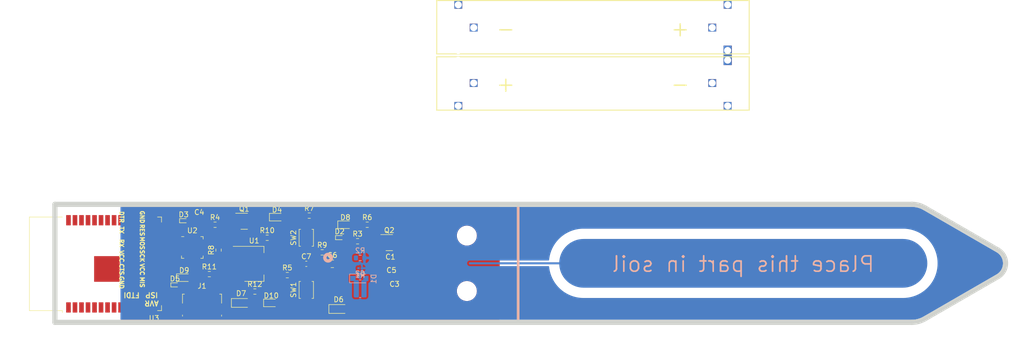
<source format=kicad_pcb>
(kicad_pcb (version 20211014) (generator pcbnew)
  (title_block (date "%%date%%") (rev "%%version%%"))
  (layers (0 "F.Cu" signal) (31 "B.Cu" signal) (34 "B.Paste" user) (35 "F.Paste" user) (36 "B.SilkS" user "B.Silkscreen") (37 "F.SilkS" user "F.Silkscreen") (38 "B.Mask" user) (39 "F.Mask" user) (44 "Edge.Cuts" user))
  (net 0 "")
  (net 1 "GND")
  (net 2 "/Sensor_Track")
  (net 3 "+BATT")
  (net 4 "/SENSOR_IN")
  (net 5 "/USB_5V")
  (net 6 "Net-(R6-Pad2)")
  (net 7 "+3V3")
  (net 8 "Net-(D8-Pad2)")
  (net 9 "Net-(Q2-Pad1)")
  (net 10 "/RTS")
  (net 11 "Net-(Q1-Pad1)")
  (net 12 "/DTR")
  (net 13 "/SENSOR_OUT")
  (net 14 "Net-(R12-Pad1)")
  (net 15 "Net-(D10-Pad1)")
  (net 16 "Net-(R11-Pad1)")
  (net 17 "Net-(D9-Pad1)")
  (net 18 "Net-(R10-Pad1)")
  (net 20 "/EN")
  (net 21 "Net-(R8-Pad2)")
  (net 22 "Net-(C6-Pad2)")
  (net 42 "/IO0")
  (net 50 "/RXD")
  (net 51 "/TXD")
  (net 55 "/USB_DP")
  (net 56 "/USB_DM")
  (net 66 "/VBUS")
  (footprint "MyFootprints:BatteryHolder_Keystone_597_591_2AAA_3V" (layer "F.Cu") (at 170.18 73.66 180)
    (fp_text reference "BT1" hide)
    (fp_text value "Battery_Cell")
    (fp_text user "+" (at -17 5.2) (layer "F.SilkS") (effects (font (size 3 3) (thickness 0.3))))
    (fp_text user "+" (at 17 -5.6) (layer "F.SilkS") (effects (font (size 3 3) (thickness 0.3))))
    (fp_text user "-" (at -17 -5.6) (layer "F.SilkS") (effects (font (size 3 3) (thickness 0.3))))
    (fp_text user "-" (at 17 5.2) (layer "F.SilkS") (effects (font (size 3 3) (thickness 0.3))))
    (fp_line (start 30.455 -10.685) (end 30.455 -0.285) (layer "F.SilkS") (width 0.2))
    (fp_line (start -30.455 10.685) (end -30.455 0.285) (layer "F.SilkS") (width 0.2))
    (fp_line (start -30.455 -10.685) (end 30.455 -10.685) (layer "F.SilkS") (width 0.2))
    (fp_line (start 30.455 0.285) (end 30.455 10.685) (layer "F.SilkS") (width 0.2))
    (fp_line (start -30.455 -0.285) (end -30.455 -10.685) (layer "F.SilkS") (width 0.2))
    (fp_line (start 30.455 0.285) (end -30.455 0.285) (layer "F.SilkS") (width 0.2))
    (fp_line (start -30.455 -0.285) (end 30.455 -0.285) (layer "F.SilkS") (width 0.2))
    (fp_line (start 30.455 10.685) (end -30.455 10.685) (layer "F.SilkS") (width 0.2))
    (pad "" np_thru_hole circle locked (at 26.29 0.95 180) (size 1.35 1.35) (drill 1.35) (layers *.Cu *.Mask))
    (pad "" np_thru_hole circle locked (at 26.29 -0.95 180) (size 1.35 1.35) (drill 1.35) (layers *.Cu *.Mask))
    (pad "1" thru_hole rect locked (at 23.25 -5.4 180) (size 1.524 1.524) (drill 1.35) (layers *.Cu *.Mask) (net 3 "+BATT"))
    (pad "1" thru_hole rect locked (at 26.25 -9.85 180) (size 1.524 1.524) (drill 1.35) (layers *.Cu *.Mask) (net 3 "+BATT"))
    (pad "2" thru_hole rect locked (at 26.25 9.85 180) (size 1.524 1.524) (drill 1.35) (layers *.Cu *.Mask) (net 1 "GND"))
    (pad "2" thru_hole rect locked (at 23.25 5.4 180) (size 1.524 1.524) (drill 1.35) (layers *.Cu *.Mask) (net 1 "GND"))
    (pad "3" thru_hole rect locked (at -26.25 9.85 180) (size 1.524 1.524) (drill 1.35) (layers *.Cu *.Mask))
    (pad "3" thru_hole rect locked (at -26.25 -0.95 180) (size 1.6 1.9) (drill 1.35) (layers *.Cu *.Mask))
    (pad "3" thru_hole rect locked (at -26.25 -9.85 180) (size 1.524 1.524) (drill 1.35) (layers *.Cu *.Mask))
    (pad "3" thru_hole rect locked (at -23.25 -5.4 180) (size 1.524 1.524) (drill 1.35) (layers *.Cu *.Mask))
    (pad "3" thru_hole rect locked (at -26.25 0.95 180) (size 1.6 1.9) (drill 1.35) (layers *.Cu *.Mask))
    (pad "3" thru_hole rect locked (at -23.25 5.4 180) (size 1.524 1.524) (drill 1.35) (layers *.Cu *.Mask))
  )
  (footprint "MountingHole:MountingHole_3.2mm_M3" (layer "F.Cu") (at 145.6 108.8)
    (fp_text reference "REF**" hide)
    (fp_text value "MountingHole_3.2mm_M3" hide)
    (pad "" np_thru_hole circle locked (at 0 0) (size 3.2 3.2) (drill 3.2) (layers *.Cu *.Mask))
  )
  (footprint "MountingHole:MountingHole_3.2mm_M3" (layer "F.Cu") (at 145.6 119.6)
    (fp_text reference "REF**" hide)
    (fp_text value "MountingHole_3.2mm_M3" hide)
    (pad "" np_thru_hole circle locked (at 0 0) (size 3.2 3.2) (drill 3.2) (layers *.Cu *.Mask))
  )
  (footprint "Capacitor_SMD:C_0201_0603Metric" (layer "F.Cu") (at 93.445 105.3)
    (fp_text reference "C4" (at 0 -1.05) (layer "F.SilkS"))
    (fp_text value "0.1uF")
    (pad "1" smd roundrect (at -0.32 0) (size 0.46 0.4) (layers "F.Cu" "F.Mask") (net 1 "GND"))
    (pad "2" smd roundrect (at 0.32 0) (size 0.46 0.4) (layers "F.Cu" "F.Mask") (net 20 "/EN"))
  )
  (footprint "Resistor_SMD:R_0603_1608Metric" (layer "F.Cu") (at 106.68 109.22)
    (fp_text reference "R10" (at 0 -1.43) (layer "F.SilkS"))
    (fp_text value "10k")
    (fp_line (start -0.237258 0.5225) (end 0.237258 0.5225) (layer "F.SilkS") (width 0.12))
    (fp_line (start -0.237258 -0.5225) (end 0.237258 -0.5225) (layer "F.SilkS") (width 0.12))
    (pad "1" smd roundrect (at -0.825 0) (size 0.8 0.95) (layers "F.Cu" "F.Paste" "F.Mask") (net 18 "Net-(R10-Pad1)"))
    (pad "2" smd roundrect (at 0.825 0) (size 0.8 0.95) (layers "F.Cu" "F.Paste" "F.Mask"))
  )
  (footprint "Diode_SMD:D_SOD-323_HandSoldering" (layer "F.Cu") (at 101.6 121.92)
    (fp_text reference "D7" (at 0 -1.85) (layer "F.SilkS"))
    (fp_text value "D_Schottky")
    (fp_line (start -1.9 -0.85) (end -1.9 0.85) (layer "F.SilkS") (width 0.12))
    (fp_line (start -1.9 0.85) (end 1.25 0.85) (layer "F.SilkS") (width 0.12))
    (fp_line (start -1.9 -0.85) (end 1.25 -0.85) (layer "F.SilkS") (width 0.12))
    (pad "1" smd rect (at -1.25 0) (size 1 1) (layers "F.Cu" "F.Paste" "F.Mask") (net 7 "+3V3"))
    (pad "2" smd rect (at 1.25 0) (size 1 1) (layers "F.Cu" "F.Paste" "F.Mask") (net 3 "+BATT"))
  )
  (footprint "Resistor_SMD:R_0603_1608Metric" (layer "F.Cu") (at 117.395 112.07)
    (fp_text reference "R9" (at 0 -1.43) (layer "F.SilkS"))
    (fp_text value "10k")
    (fp_line (start -0.237258 0.5225) (end 0.237258 0.5225) (layer "F.SilkS") (width 0.12))
    (fp_line (start -0.237258 -0.5225) (end 0.237258 -0.5225) (layer "F.SilkS") (width 0.12))
    (pad "1" smd roundrect (at -0.825 0) (size 0.8 0.95) (layers "F.Cu" "F.Paste" "F.Mask") (net 7 "+3V3"))
    (pad "2" smd roundrect (at 0.825 0) (size 0.8 0.95) (layers "F.Cu" "F.Paste" "F.Mask") (net 20 "/EN"))
  )
  (footprint "Package_TO_SOT_SMD:SOT-23" (layer "F.Cu") (at 102.2 106)
    (fp_text reference "Q1" (at 0 -2.4) (layer "F.SilkS"))
    (fp_text value "Q_NPN_BEC")
    (fp_line (start 0 -1.56) (end 0.65 -1.56) (layer "F.SilkS") (width 0.12))
    (fp_line (start 0 -1.56) (end -1.675 -1.56) (layer "F.SilkS") (width 0.12))
    (fp_line (start 0 1.56) (end 0.65 1.56) (layer "F.SilkS") (width 0.12))
    (fp_line (start 0 1.56) (end -0.65 1.56) (layer "F.SilkS") (width 0.12))
    (pad "1" smd roundrect (at -0.9375 -0.95) (size 1.475 0.6) (layers "F.Cu" "F.Paste" "F.Mask") (net 11 "Net-(Q1-Pad1)"))
    (pad "2" smd roundrect (at -0.9375 0.95) (size 1.475 0.6) (layers "F.Cu" "F.Paste" "F.Mask") (net 10 "/RTS"))
    (pad "3" smd roundrect (at 0.9375 0) (size 1.475 0.6) (layers "F.Cu" "F.Paste" "F.Mask") (net 20 "/EN"))
  )
  (footprint "Button_Switch_SMD:SW_SPST_B3U-1000P" (layer "F.Cu") (at 114.3 119.38 90)
    (fp_text reference "SW1" (at 0 -2.5 90) (layer "F.SilkS"))
    (fp_text value "SW_Push")
    (fp_line (start -1.65 1.4) (end 1.65 1.4) (layer "F.SilkS") (width 0.12))
    (fp_line (start 1.65 -1.4) (end 1.65 -1.1) (layer "F.SilkS") (width 0.12))
    (fp_line (start -1.65 1.1) (end -1.65 1.4) (layer "F.SilkS") (width 0.12))
    (fp_line (start -1.65 -1.1) (end -1.65 -1.4) (layer "F.SilkS") (width 0.12))
    (fp_line (start -1.65 -1.4) (end 1.65 -1.4) (layer "F.SilkS") (width 0.12))
    (fp_line (start 1.65 1.4) (end 1.65 1.1) (layer "F.SilkS") (width 0.12))
    (pad "1" smd rect (at -1.7 0 90) (size 0.9 1.7) (layers "F.Cu" "F.Paste" "F.Mask") (net 1 "GND"))
    (pad "2" smd rect (at 1.7 0 90) (size 0.9 1.7) (layers "F.Cu" "F.Paste" "F.Mask") (net 42 "/IO0"))
  )
  (footprint "LED_SMD:LED_0603_1608Metric" (layer "F.Cu") (at 107.4675 121.92)
    (fp_text reference "D10" (at 0 -1.43) (layer "F.SilkS"))
    (fp_text value "RX_LED")
    (fp_line (start -1.485 -0.735) (end -1.485 0.735) (layer "F.SilkS") (width 0.12))
    (fp_line (start -1.485 0.735) (end 0.8 0.735) (layer "F.SilkS") (width 0.12))
    (fp_line (start 0.8 -0.735) (end -1.485 -0.735) (layer "F.SilkS") (width 0.12))
    (pad "1" smd roundrect (at -0.7875 0) (size 0.875 0.95) (layers "F.Cu" "F.Paste" "F.Mask") (net 15 "Net-(D10-Pad1)"))
    (pad "2" smd roundrect (at 0.7875 0) (size 0.875 0.95) (layers "F.Cu" "F.Paste" "F.Mask") (net 7 "+3V3"))
  )
  (footprint "RF_Module:ESP32-WROOM-32" (layer "F.Cu") (at 76.2 114.3 90)
    (fp_text reference "U3" (at -10.61 8.43) (layer "F.SilkS"))
    (fp_text value "ESP32-WROOM-32D")
    (fp_line (start 9.12 9.1) (end 9.12 9.88) (layer "F.SilkS") (width 0.12))
    (fp_line (start -9.12 9.88) (end -8.12 9.88) (layer "F.SilkS") (width 0.12))
    (fp_line (start -9.12 -15.865) (end -9.12 -9.445) (layer "F.SilkS") (width 0.12))
    (fp_line (start -9.12 -15.865) (end 9.12 -15.865) (layer "F.SilkS") (width 0.12))
    (fp_line (start -9.12 9.1) (end -9.12 9.88) (layer "F.SilkS") (width 0.12))
    (fp_line (start 9.12 -15.865) (end 9.12 -9.445) (layer "F.SilkS") (width 0.12))
    (fp_line (start 9.12 9.88) (end 8.12 9.88) (layer "F.SilkS") (width 0.12))
    (fp_line (start -9.12 -9.445) (end -9.5 -9.445) (layer "F.SilkS") (width 0.12))
    (pad "1" smd rect (at -8.5 -8.255 90) (size 2 0.9) (layers "F.Cu" "F.Paste" "F.Mask") (net 1 "GND"))
    (pad "2" smd rect (at -8.5 -6.985 90) (size 2 0.9) (layers "F.Cu" "F.Paste" "F.Mask") (net 22 "Net-(C6-Pad2)"))
    (pad "3" smd rect (at -8.5 -5.715 90) (size 2 0.9) (layers "F.Cu" "F.Paste" "F.Mask") (net 20 "/EN"))
    (pad "4" smd rect (at -8.5 -4.445 90) (size 2 0.9) (layers "F.Cu" "F.Paste" "F.Mask"))
    (pad "5" smd rect (at -8.5 -3.175 90) (size 2 0.9) (layers "F.Cu" "F.Paste" "F.Mask"))
    (pad "6" smd rect (at -8.5 -1.905 90) (size 2 0.9) (layers "F.Cu" "F.Paste" "F.Mask"))
    (pad "7" smd rect (at -8.5 -0.635 90) (size 2 0.9) (layers "F.Cu" "F.Paste" "F.Mask"))
    (pad "8" smd rect (at -8.5 0.635 90) (size 2 0.9) (layers "F.Cu" "F.Paste" "F.Mask"))
    (pad "9" smd rect (at -8.5 1.905 90) (size 2 0.9) (layers "F.Cu" "F.Paste" "F.Mask"))
    (pad "10" smd rect (at -8.5 3.175 90) (size 2 0.9) (layers "F.Cu" "F.Paste" "F.Mask"))
    (pad "11" smd rect (at -8.5 4.445 90) (size 2 0.9) (layers "F.Cu" "F.Paste" "F.Mask"))
    (pad "12" smd rect (at -8.5 5.715 90) (size 2 0.9) (layers "F.Cu" "F.Paste" "F.Mask"))
    (pad "13" smd rect (at -8.5 6.985 90) (size 2 0.9) (layers "F.Cu" "F.Paste" "F.Mask"))
    (pad "14" smd rect (at -8.5 8.255 90) (size 2 0.9) (layers "F.Cu" "F.Paste" "F.Mask") (net 13 "/SENSOR_OUT"))
    (pad "15" smd rect (at -5.715 9.255 180) (size 2 0.9) (layers "F.Cu" "F.Paste" "F.Mask") (net 1 "GND"))
    (pad "16" smd rect (at -4.445 9.255 180) (size 2 0.9) (layers "F.Cu" "F.Paste" "F.Mask"))
    (pad "17" smd rect (at -3.175 9.255 180) (size 2 0.9) (layers "F.Cu" "F.Paste" "F.Mask"))
    (pad "18" smd rect (at -1.905 9.255 180) (size 2 0.9) (layers "F.Cu" "F.Paste" "F.Mask"))
    (pad "19" smd rect (at -0.635 9.255 180) (size 2 0.9) (layers "F.Cu" "F.Paste" "F.Mask"))
    (pad "20" smd rect (at 0.635 9.255 180) (size 2 0.9) (layers "F.Cu" "F.Paste" "F.Mask"))
    (pad "21" smd rect (at 1.905 9.255 180) (size 2 0.9) (layers "F.Cu" "F.Paste" "F.Mask"))
    (pad "22" smd rect (at 3.175 9.255 180) (size 2 0.9) (layers "F.Cu" "F.Paste" "F.Mask"))
    (pad "23" smd rect (at 4.445 9.255 180) (size 2 0.9) (layers "F.Cu" "F.Paste" "F.Mask"))
    (pad "24" smd rect (at 5.715 9.255 180) (size 2 0.9) (layers "F.Cu" "F.Paste" "F.Mask"))
    (pad "25" smd rect (at 8.5 8.255 90) (size 2 0.9) (layers "F.Cu" "F.Paste" "F.Mask") (net 42 "/IO0"))
    (pad "26" smd rect (at 8.5 6.985 90) (size 2 0.9) (layers "F.Cu" "F.Paste" "F.Mask"))
    (pad "27" smd rect (at 8.5 5.715 90) (size 2 0.9) (layers "F.Cu" "F.Paste" "F.Mask"))
    (pad "28" smd rect (at 8.5 4.445 90) (size 2 0.9) (layers "F.Cu" "F.Paste" "F.Mask"))
    (pad "29" smd rect (at 8.5 3.175 90) (size 2 0.9) (layers "F.Cu" "F.Paste" "F.Mask") (net 4 "/SENSOR_IN"))
    (pad "30" smd rect (at 8.5 1.905 90) (size 2 0.9) (layers "F.Cu" "F.Paste" "F.Mask"))
    (pad "31" smd rect (at 8.5 0.635 90) (size 2 0.9) (layers "F.Cu" "F.Paste" "F.Mask"))
    (pad "32" smd rect (at 8.5 -0.635 90) (size 2 0.9) (layers "F.Cu" "F.Paste" "F.Mask"))
    (pad "33" smd rect (at 8.5 -1.905 90) (size 2 0.9) (layers "F.Cu" "F.Paste" "F.Mask"))
    (pad "34" smd rect (at 8.5 -3.175 90) (size 2 0.9) (layers "F.Cu" "F.Paste" "F.Mask") (net 50 "/RXD"))
    (pad "35" smd rect (at 8.5 -4.445 90) (size 2 0.9) (layers "F.Cu" "F.Paste" "F.Mask") (net 51 "/TXD"))
    (pad "36" smd rect (at 8.5 -5.715 90) (size 2 0.9) (layers "F.Cu" "F.Paste" "F.Mask"))
    (pad "37" smd rect (at 8.5 -6.985 90) (size 2 0.9) (layers "F.Cu" "F.Paste" "F.Mask"))
    (pad "38" smd rect (at 8.5 -8.255 90) (size 2 0.9) (layers "F.Cu" "F.Paste" "F.Mask") (net 1 "GND"))
    (pad "39" smd rect (at -1 -0.755 90) (size 5 5) (layers "F.Cu" "F.Paste" "F.Mask") (net 1 "GND"))
    (zone (net 0) (net_name "") (layers *.Cu) (connect_pads (clearance 0)) (min_thickness 0.254)
      (keepout (tracks not_allowed) (vias not_allowed) (pads not_allowed) (copperpour not_allowed) (footprints not_allowed))
      (fill (thermal_gap 0.508) (thermal_bridge_width 0.508))
      (polygon (pts (xy 66.23 128.3) (xy 66.23 100.3) (xy 55.45 100.3) (xy 55.45 128.3)))
    )
  )
  (footprint "Capacitor_SMD:C_0201_0603Metric" (layer "F.Cu") (at 131.5 119.3)
    (fp_text reference "C3" (at 0 -1.05) (layer "F.SilkS"))
    (fp_text value "22uF")
    (pad "1" smd roundrect (at -0.32 0) (size 0.46 0.4) (layers "F.Cu" "F.Mask") (net 7 "+3V3"))
    (pad "2" smd roundrect (at 0.32 0) (size 0.46 0.4) (layers "F.Cu" "F.Mask") (net 1 "GND"))
  )
  (footprint "Resistor_SMD:R_0603_1608Metric" (layer "F.Cu") (at 126.175 106.68)
    (fp_text reference "R6" (at 0 -1.43) (layer "F.SilkS"))
    (fp_text value "22.1k")
    (fp_line (start -0.237258 -0.5225) (end 0.237258 -0.5225) (layer "F.SilkS") (width 0.12))
    (fp_line (start -0.237258 0.5225) (end 0.237258 0.5225) (layer "F.SilkS") (width 0.12))
    (pad "1" smd roundrect (at -0.825 0) (size 0.8 0.95) (layers "F.Cu" "F.Paste" "F.Mask") (net 5 "/USB_5V"))
    (pad "2" smd roundrect (at 0.825 0) (size 0.8 0.95) (layers "F.Cu" "F.Paste" "F.Mask") (net 6 "Net-(R6-Pad2)"))
  )
  (footprint "Capacitor_SMD:C_0805_2012Metric" (layer "F.Cu") (at 119.38 114.3)
    (fp_text reference "C6" (at 0 -1.68) (layer "F.SilkS"))
    (fp_text value "22uF")
    (fp_line (start -0.261252 0.735) (end 0.261252 0.735) (layer "F.SilkS") (width 0.12))
    (fp_line (start -0.261252 -0.735) (end 0.261252 -0.735) (layer "F.SilkS") (width 0.12))
    (pad "1" smd roundrect (at -0.95 0) (size 1 1.45) (layers "F.Cu" "F.Paste" "F.Mask") (net 1 "GND"))
    (pad "2" smd roundrect (at 0.95 0) (size 1 1.45) (layers "F.Cu" "F.Paste" "F.Mask") (net 22 "Net-(C6-Pad2)"))
  )
  (footprint "Resistor_SMD:R_0603_1608Metric" (layer "F.Cu") (at 110.6 116.5)
    (fp_text reference "R5" (at 0 -1.43) (layer "F.SilkS"))
    (fp_text value "2k")
    (fp_line (start -0.237258 0.5225) (end 0.237258 0.5225) (layer "F.SilkS") (width 0.12))
    (fp_line (start -0.237258 -0.5225) (end 0.237258 -0.5225) (layer "F.SilkS") (width 0.12))
    (pad "1" smd roundrect (at -0.825 0) (size 0.8 0.95) (layers "F.Cu" "F.Paste" "F.Mask") (net 7 "+3V3"))
    (pad "2" smd roundrect (at 0.825 0) (size 0.8 0.95) (layers "F.Cu" "F.Paste" "F.Mask") (net 8 "Net-(D8-Pad2)"))
  )
  (footprint "Resistor_SMD:R_0603_1608Metric" (layer "F.Cu") (at 114.875 104.9)
    (fp_text reference "R7" (at 0 -1.43) (layer "F.SilkS"))
    (fp_text value "47.5k")
    (fp_line (start -0.237258 0.5225) (end 0.237258 0.5225) (layer "F.SilkS") (width 0.12))
    (fp_line (start -0.237258 -0.5225) (end 0.237258 -0.5225) (layer "F.SilkS") (width 0.12))
    (pad "1" smd roundrect (at -0.825 0) (size 0.8 0.95) (layers "F.Cu" "F.Paste" "F.Mask") (net 1 "GND"))
    (pad "2" smd roundrect (at 0.825 0) (size 0.8 0.95) (layers "F.Cu" "F.Paste" "F.Mask") (net 6 "Net-(R6-Pad2)"))
  )
  (footprint "Capacitor_SMD:C_0603_1608Metric" (layer "F.Cu") (at 114.3 114.3)
    (fp_text reference "C7" (at 0 -1.43) (layer "F.SilkS"))
    (fp_text value "0.1uF")
    (fp_line (start -0.14058 -0.51) (end 0.14058 -0.51) (layer "F.SilkS") (width 0.12))
    (fp_line (start -0.14058 0.51) (end 0.14058 0.51) (layer "F.SilkS") (width 0.12))
    (pad "1" smd roundrect (at -0.775 0) (size 0.9 0.95) (layers "F.Cu" "F.Paste" "F.Mask") (net 1 "GND"))
    (pad "2" smd roundrect (at 0.775 0) (size 0.9 0.95) (layers "F.Cu" "F.Paste" "F.Mask") (net 22 "Net-(C6-Pad2)"))
  )
  (footprint "LED_SMD:LED_0603_1608Metric" (layer "F.Cu") (at 90.5 117)
    (fp_text reference "D9" (at 0 -1.43) (layer "F.SilkS"))
    (fp_text value "TX_LED")
    (fp_line (start -1.485 0.735) (end 0.8 0.735) (layer "F.SilkS") (width 0.12))
    (fp_line (start -1.485 -0.735) (end -1.485 0.735) (layer "F.SilkS") (width 0.12))
    (fp_line (start 0.8 -0.735) (end -1.485 -0.735) (layer "F.SilkS") (width 0.12))
    (pad "1" smd roundrect (at -0.7875 0) (size 0.875 0.95) (layers "F.Cu" "F.Paste" "F.Mask") (net 17 "Net-(D9-Pad1)"))
    (pad "2" smd roundrect (at 0.7875 0) (size 0.875 0.95) (layers "F.Cu" "F.Paste" "F.Mask") (net 7 "+3V3"))
  )
  (footprint "Package_TO_SOT_SMD:SOT-223-3_TabPin2" (layer "F.Cu") (at 104.14 114.3)
    (fp_text reference "U1" (at 0 -4.5) (layer "F.SilkS"))
    (fp_text value "AMS1117-3.3")
    (fp_line (start -4.1 -3.41) (end 1.91 -3.41) (layer "F.SilkS") (width 0.12))
    (fp_line (start 1.91 -3.41) (end 1.91 -2.15) (layer "F.SilkS") (width 0.12))
    (fp_line (start -1.85 3.41) (end 1.91 3.41) (layer "F.SilkS") (width 0.12))
    (fp_line (start 1.91 3.41) (end 1.91 2.15) (layer "F.SilkS") (width 0.12))
    (pad "1" smd rect (at -3.15 -2.3) (size 2 1.5) (layers "F.Cu" "F.Paste" "F.Mask") (net 1 "GND"))
    (pad "2" smd rect (at -3.15 0) (size 2 1.5) (layers "F.Cu" "F.Paste" "F.Mask") (net 7 "+3V3"))
    (pad "2" smd rect (at 3.15 0) (size 2 3.8) (layers "F.Cu" "F.Paste" "F.Mask") (net 7 "+3V3"))
    (pad "3" smd rect (at -3.15 2.3) (size 2 1.5) (layers "F.Cu" "F.Paste" "F.Mask") (net 3 "+BATT"))
  )
  (footprint "Resistor_SMD:R_0603_1608Metric" (layer "F.Cu") (at 97.2 111.625 90)
    (fp_text reference "R8" (at 0 -1.43 90) (layer "F.SilkS"))
    (fp_text value "2k")
    (fp_line (start -0.237258 -0.5225) (end 0.237258 -0.5225) (layer "F.SilkS") (width 0.12))
    (fp_line (start -0.237258 0.5225) (end 0.237258 0.5225) (layer "F.SilkS") (width 0.12))
    (pad "1" smd roundrect (at -0.825 0 90) (size 0.8 0.95) (layers "F.Cu" "F.Paste" "F.Mask") (net 7 "+3V3"))
    (pad "2" smd roundrect (at 0.825 0 90) (size 0.8 0.95) (layers "F.Cu" "F.Paste" "F.Mask") (net 21 "Net-(R8-Pad2)"))
  )
  (footprint "Resistor_SMD:R_0603_1608Metric" (layer "F.Cu") (at 124.3 109.9)
    (fp_text reference "R3" (at 0 -1.43) (layer "F.SilkS"))
    (fp_text value "10k")
    (fp_line (start -0.237258 0.5225) (end 0.237258 0.5225) (layer "F.SilkS") (width 0.12))
    (fp_line (start -0.237258 -0.5225) (end 0.237258 -0.5225) (layer "F.SilkS") (width 0.12))
    (pad "1" smd roundrect (at -0.825 0) (size 0.8 0.95) (layers "F.Cu" "F.Paste" "F.Mask") (net 11 "Net-(Q1-Pad1)"))
    (pad "2" smd roundrect (at 0.825 0) (size 0.8 0.95) (layers "F.Cu" "F.Paste" "F.Mask") (net 12 "/DTR"))
  )
  (footprint "Resistor_SMD:R_0603_1608Metric" (layer "F.Cu") (at 96.52 106.68)
    (fp_text reference "R4" (at 0 -1.43) (layer "F.SilkS"))
    (fp_text value "10k")
    (fp_line (start -0.237258 -0.5225) (end 0.237258 -0.5225) (layer "F.SilkS") (width 0.12))
    (fp_line (start -0.237258 0.5225) (end 0.237258 0.5225) (layer "F.SilkS") (width 0.12))
    (pad "1" smd roundrect (at -0.825 0) (size 0.8 0.95) (layers "F.Cu" "F.Paste" "F.Mask") (net 9 "Net-(Q2-Pad1)"))
    (pad "2" smd roundrect (at 0.825 0) (size 0.8 0.95) (layers "F.Cu" "F.Paste" "F.Mask") (net 10 "/RTS"))
  )
  (footprint "Capacitor_SMD:C_0201_0603Metric" (layer "F.Cu") (at 130.9 116.6)
    (fp_text reference "C5" (at 0 -1.05) (layer "F.SilkS"))
    (fp_text value "4.7uF")
    (pad "1" smd roundrect (at -0.32 0) (size 0.46 0.4) (layers "F.Cu" "F.Mask") (net 20 "/EN"))
    (pad "2" smd roundrect (at 0.32 0) (size 0.46 0.4) (layers "F.Cu" "F.Mask") (net 1 "GND"))
  )
  (footprint "Diode_SMD:D_SOD-323_HandSoldering" (layer "F.Cu") (at 120.6 123.1)
    (fp_text reference "D6" (at 0 -1.85) (layer "F.SilkS"))
    (fp_text value "D_Schottky")
    (fp_line (start -1.9 -0.85) (end -1.9 0.85) (layer "F.SilkS") (width 0.12))
    (fp_line (start -1.9 0.85) (end 1.25 0.85) (layer "F.SilkS") (width 0.12))
    (fp_line (start -1.9 -0.85) (end 1.25 -0.85) (layer "F.SilkS") (width 0.12))
    (pad "1" smd rect (at -1.25 0) (size 1 1) (layers "F.Cu" "F.Paste" "F.Mask") (net 13 "/SENSOR_OUT"))
    (pad "2" smd rect (at 1.25 0) (size 1 1) (layers "F.Cu" "F.Paste" "F.Mask") (net 2 "/Sensor_Track"))
  )
  (footprint "Diode_SMD:D_SOD-923" (layer "F.Cu") (at 88.7 118.4)
    (fp_text reference "D5" (at 0 -1.2) (layer "F.SilkS"))
    (fp_text value "ESD9B3.3ST5G")
    (fp_line (start 0.5 -0.4) (end -0.8 -0.4) (layer "F.SilkS") (width 0.12))
    (fp_line (start 0.5 0.4) (end -0.8 0.4) (layer "F.SilkS") (width 0.12))
    (fp_line (start -0.8 -0.4) (end -0.8 0.4) (layer "F.SilkS") (width 0.12))
    (pad "1" smd rect (at -0.42 0 180) (size 0.36 0.25) (layers "F.Cu" "F.Paste" "F.Mask") (net 1 "GND"))
    (pad "2" smd rect (at 0.42 0 180) (size 0.36 0.25) (layers "F.Cu" "F.Paste" "F.Mask") (net 56 "/USB_DM"))
  )
  (footprint "Connector_USB:USB_Micro-B_Molex_47346-0001" (layer "F.Cu") (at 93.98 121.92)
    (fp_text reference "J1" (at 0 -3.3 180) (layer "F.SilkS"))
    (fp_text value "USB_B_Micro")
    (fp_line (start 3.81 -1.71) (end 3.43 -1.71) (layer "F.SilkS") (width 0.12))
    (fp_line (start -3.81 -1.71) (end -3.43 -1.71) (layer "F.SilkS") (width 0.12))
    (fp_line (start -3.81 2.6) (end -3.81 2.34) (layer "F.SilkS") (width 0.12))
    (fp_line (start 3.81 -1.71) (end 3.81 0.06) (layer "F.SilkS") (width 0.12))
    (fp_line (start -3.81 0.06) (end -3.81 -1.71) (layer "F.SilkS") (width 0.12))
    (fp_line (start 3.81 2.34) (end 3.81 2.6) (layer "F.SilkS") (width 0.12))
    (pad "1" smd rect (at -1.3 -1.46) (size 0.45 1.38) (layers "F.Cu" "F.Paste" "F.Mask") (net 5 "/USB_5V"))
    (pad "2" smd rect (at -0.65 -1.46) (size 0.45 1.38) (layers "F.Cu" "F.Paste" "F.Mask") (net 56 "/USB_DM"))
    (pad "3" smd rect (at 0 -1.46) (size 0.45 1.38) (layers "F.Cu" "F.Paste" "F.Mask") (net 55 "/USB_DP"))
    (pad "4" smd rect (at 0.65 -1.46) (size 0.45 1.38) (layers "F.Cu" "F.Paste" "F.Mask"))
    (pad "5" smd rect (at 1.3 -1.46) (size 0.45 1.38) (layers "F.Cu" "F.Paste" "F.Mask") (net 1 "GND"))
    (pad "6" smd rect (at 3.375 1.2) (size 1.65 1.3) (layers "F.Cu" "F.Paste" "F.Mask") (net 1 "GND"))
    (pad "6" smd rect (at 1.55 1.2) (size 1 1.9) (layers "F.Cu" "F.Paste" "F.Mask") (net 1 "GND"))
    (pad "6" smd rect (at -3.375 1.2) (size 1.65 1.3) (layers "F.Cu" "F.Paste" "F.Mask") (net 1 "GND"))
    (pad "6" smd rect (at 2.4875 -1.375) (size 1.425 1.55) (layers "F.Cu" "F.Paste" "F.Mask") (net 1 "GND"))
    (pad "6" smd rect (at -1.15 1.2) (size 1.8 1.9) (layers "F.Cu" "F.Paste" "F.Mask") (net 1 "GND"))
    (pad "6" smd rect (at -2.4875 -1.375) (size 1.425 1.55) (layers "F.Cu" "F.Paste" "F.Mask") (net 1 "GND"))
  )
  (footprint "Capacitor_SMD:C_0201_0603Metric" (layer "F.Cu") (at 130.7 114)
    (fp_text reference "C1" (at 0 -1.05) (layer "F.SilkS"))
    (fp_text value "0.1uF")
    (pad "1" smd roundrect (at -0.32 0) (size 0.46 0.4) (layers "F.Cu" "F.Mask") (net 1 "GND"))
    (pad "2" smd roundrect (at 0.32 0) (size 0.46 0.4) (layers "F.Cu" "F.Mask") (net 42 "/IO0"))
  )
  (footprint "LED_SMD:LED_0603_1608Metric" (layer "F.Cu") (at 121.92 106.68)
    (fp_text reference "D8" (at 0 -1.43) (layer "F.SilkS"))
    (fp_text value "RED_LED")
    (fp_line (start -1.485 0.735) (end 0.8 0.735) (layer "F.SilkS") (width 0.12))
    (fp_line (start -1.485 -0.735) (end -1.485 0.735) (layer "F.SilkS") (width 0.12))
    (fp_line (start 0.8 -0.735) (end -1.485 -0.735) (layer "F.SilkS") (width 0.12))
    (pad "1" smd roundrect (at -0.7875 0) (size 0.875 0.95) (layers "F.Cu" "F.Paste" "F.Mask") (net 1 "GND"))
    (pad "2" smd roundrect (at 0.7875 0) (size 0.875 0.95) (layers "F.Cu" "F.Paste" "F.Mask") (net 8 "Net-(D8-Pad2)"))
  )
  (footprint "Resistor_SMD:R_0603_1608Metric" (layer "F.Cu") (at 104.275 119.7)
    (fp_text reference "R12" (at 0 -1.43) (layer "F.SilkS"))
    (fp_text value "2k")
    (fp_line (start -0.237258 -0.5225) (end 0.237258 -0.5225) (layer "F.SilkS") (width 0.12))
    (fp_line (start -0.237258 0.5225) (end 0.237258 0.5225) (layer "F.SilkS") (width 0.12))
    (pad "1" smd roundrect (at -0.825 0) (size 0.8 0.95) (layers "F.Cu" "F.Paste" "F.Mask") (net 14 "Net-(R12-Pad1)"))
    (pad "2" smd roundrect (at 0.825 0) (size 0.8 0.95) (layers "F.Cu" "F.Paste" "F.Mask") (net 15 "Net-(D10-Pad1)"))
  )
  (footprint "Package_TO_SOT_SMD:SOT-23" (layer "F.Cu") (at 130.4775 110.17)
    (fp_text reference "Q2" (at 0 -2.4) (layer "F.SilkS"))
    (fp_text value "Q_NPN_BEC")
    (fp_line (start 0 1.56) (end 0.65 1.56) (layer "F.SilkS") (width 0.12))
    (fp_line (start 0 -1.56) (end 0.65 -1.56) (layer "F.SilkS") (width 0.12))
    (fp_line (start 0 -1.56) (end -1.675 -1.56) (layer "F.SilkS") (width 0.12))
    (fp_line (start 0 1.56) (end -0.65 1.56) (layer "F.SilkS") (width 0.12))
    (pad "1" smd roundrect (at -0.9375 -0.95) (size 1.475 0.6) (layers "F.Cu" "F.Paste" "F.Mask") (net 9 "Net-(Q2-Pad1)"))
    (pad "2" smd roundrect (at -0.9375 0.95) (size 1.475 0.6) (layers "F.Cu" "F.Paste" "F.Mask") (net 12 "/DTR"))
    (pad "3" smd roundrect (at 0.9375 0) (size 1.475 0.6) (layers "F.Cu" "F.Paste" "F.Mask") (net 42 "/IO0"))
  )
  (footprint "Button_Switch_SMD:SW_SPST_B3U-1000P" (layer "F.Cu") (at 114.3 109.22 90)
    (fp_text reference "SW2" (at 0 -2.5 90) (layer "F.SilkS"))
    (fp_text value "SW_Push")
    (fp_line (start -1.65 -1.4) (end 1.65 -1.4) (layer "F.SilkS") (width 0.12))
    (fp_line (start 1.65 -1.4) (end 1.65 -1.1) (layer "F.SilkS") (width 0.12))
    (fp_line (start 1.65 1.4) (end 1.65 1.1) (layer "F.SilkS") (width 0.12))
    (fp_line (start -1.65 -1.1) (end -1.65 -1.4) (layer "F.SilkS") (width 0.12))
    (fp_line (start -1.65 1.4) (end 1.65 1.4) (layer "F.SilkS") (width 0.12))
    (fp_line (start -1.65 1.1) (end -1.65 1.4) (layer "F.SilkS") (width 0.12))
    (pad "1" smd rect (at -1.7 0 90) (size 0.9 1.7) (layers "F.Cu" "F.Paste" "F.Mask") (net 1 "GND"))
    (pad "2" smd rect (at 1.7 0 90) (size 0.9 1.7) (layers "F.Cu" "F.Paste" "F.Mask") (net 20 "/EN"))
  )
  (footprint "Diode_SMD:D_SOD-923" (layer "F.Cu") (at 120.8 109.2)
    (fp_text reference "D2" (at 0 -1.2) (layer "F.SilkS"))
    (fp_text value "ESD9B3.3ST5G")
    (fp_line (start 0.5 0.4) (end -0.8 0.4) (layer "F.SilkS") (width 0.12))
    (fp_line (start 0.5 -0.4) (end -0.8 -0.4) (layer "F.SilkS") (width 0.12))
    (fp_line (start -0.8 -0.4) (end -0.8 0.4) (layer "F.SilkS") (width 0.12))
    (pad "1" smd rect (at -0.42 0 180) (size 0.36 0.25) (layers "F.Cu" "F.Paste" "F.Mask") (net 1 "GND"))
    (pad "2" smd rect (at 0.42 0 180) (size 0.36 0.25) (layers "F.Cu" "F.Paste" "F.Mask") (net 5 "/USB_5V"))
  )
  (footprint "Package_DFN_QFN:QFN-24-1EP_4x4mm_P0.5mm_EP2.6x2.6mm" (layer "F.Cu") (at 92.09 111.11)
    (fp_text reference "U2" (at 0 -3.3) (layer "F.SilkS"))
    (fp_text value "CP2102N-Axx-xQFN24")
    (fp_line (start 2.11 2.11) (end 2.11 1.635) (layer "F.SilkS") (width 0.12))
    (fp_line (start -2.11 2.11) (end -2.11 1.635) (layer "F.SilkS") (width 0.12))
    (fp_line (start 1.635 -2.11) (end 2.11 -2.11) (layer "F.SilkS") (width 0.12))
    (fp_line (start 2.11 -2.11) (end 2.11 -1.635) (layer "F.SilkS") (width 0.12))
    (fp_line (start 1.635 2.11) (end 2.11 2.11) (layer "F.SilkS") (width 0.12))
    (fp_line (start -1.635 -2.11) (end -2.11 -2.11) (layer "F.SilkS") (width 0.12))
    (fp_line (start -1.635 2.11) (end -2.11 2.11) (layer "F.SilkS") (width 0.12))
    (pad "1" smd roundrect (at -1.9375 -1.25) (size 0.825 0.25) (layers "F.Cu" "F.Paste" "F.Mask"))
    (pad "2" smd roundrect (at -1.9375 -0.75) (size 0.825 0.25) (layers "F.Cu" "F.Paste" "F.Mask") (net 1 "GND"))
    (pad "3" smd roundrect (at -1.9375 -0.25) (size 0.825 0.25) (layers "F.Cu" "F.Paste" "F.Mask") (net 55 "/USB_DP"))
    (pad "4" smd roundrect (at -1.9375 0.25) (size 0.825 0.25) (layers "F.Cu" "F.Paste" "F.Mask") (net 56 "/USB_DM"))
    (pad "5" smd roundrect (at -1.9375 0.75) (size 0.825 0.25) (layers "F.Cu" "F.Paste" "F.Mask") (net 7 "+3V3"))
    (pad "6" smd roundrect (at -1.9375 1.25) (size 0.825 0.25) (layers "F.Cu" "F.Paste" "F.Mask") (net 7 "+3V3"))
    (pad "7" smd roundrect (at -1.25 1.9375) (size 0.25 0.825) (layers "F.Cu" "F.Paste" "F.Mask"))
    (pad "8" smd roundrect (at -0.75 1.9375) (size 0.25 0.825) (layers "F.Cu" "F.Paste" "F.Mask") (net 6 "Net-(R6-Pad2)"))
    (pad "9" smd roundrect (at -0.25 1.9375) (size 0.25 0.825) (layers "F.Cu" "F.Paste" "F.Mask") (net 21 "Net-(R8-Pad2)"))
    (pad "10" smd roundrect (at 0.25 1.9375) (size 0.25 0.825) (layers "F.Cu" "F.Paste" "F.Mask"))
    (pad "11" smd roundrect (at 0.75 1.9375) (size 0.25 0.825) (layers "F.Cu" "F.Paste" "F.Mask"))
    (pad "12" smd roundrect (at 1.25 1.9375) (size 0.25 0.825) (layers "F.Cu" "F.Paste" "F.Mask"))
    (pad "13" smd roundrect (at 1.9375 1.25) (size 0.825 0.25) (layers "F.Cu" "F.Paste" "F.Mask") (net 14 "Net-(R12-Pad1)"))
    (pad "14" smd roundrect (at 1.9375 0.75) (size 0.825 0.25) (layers "F.Cu" "F.Paste" "F.Mask") (net 16 "Net-(R11-Pad1)"))
    (pad "15" smd roundrect (at 1.9375 0.25) (size 0.825 0.25) (layers "F.Cu" "F.Paste" "F.Mask") (net 18 "Net-(R10-Pad1)"))
    (pad "16" smd roundrect (at 1.9375 -0.25) (size 0.825 0.25) (layers "F.Cu" "F.Paste" "F.Mask"))
    (pad "17" smd roundrect (at 1.9375 -0.75) (size 0.825 0.25) (layers "F.Cu" "F.Paste" "F.Mask"))
    (pad "18" smd roundrect (at 1.9375 -1.25) (size 0.825 0.25) (layers "F.Cu" "F.Paste" "F.Mask"))
    (pad "19" smd roundrect (at 1.25 -1.9375) (size 0.25 0.825) (layers "F.Cu" "F.Paste" "F.Mask") (net 10 "/RTS"))
    (pad "20" smd roundrect (at 0.75 -1.9375) (size 0.25 0.825) (layers "F.Cu" "F.Paste" "F.Mask") (net 50 "/RXD"))
    (pad "21" smd roundrect (at 0.25 -1.9375) (size 0.25 0.825) (layers "F.Cu" "F.Paste" "F.Mask") (net 51 "/TXD"))
    (pad "22" smd roundrect (at -0.25 -1.9375) (size 0.25 0.825) (layers "F.Cu" "F.Paste" "F.Mask"))
    (pad "23" smd roundrect (at -0.75 -1.9375) (size 0.25 0.825) (layers "F.Cu" "F.Paste" "F.Mask") (net 12 "/DTR"))
    (pad "24" smd roundrect (at -1.25 -1.9375) (size 0.25 0.825) (layers "F.Cu" "F.Paste" "F.Mask"))
    (pad "25" smd rect (at 0 0) (size 2.6 2.6) (layers "F.Cu" "F.Mask") (net 1 "GND"))
  )
  (footprint "Resistor_SMD:R_0603_1608Metric" (layer "F.Cu") (at 95.4 116.3)
    (fp_text reference "R11" (at 0 -1.43) (layer "F.SilkS"))
    (fp_text value "2k")
    (fp_line (start -0.237258 0.5225) (end 0.237258 0.5225) (layer "F.SilkS") (width 0.12))
    (fp_line (start -0.237258 -0.5225) (end 0.237258 -0.5225) (layer "F.SilkS") (width 0.12))
    (pad "1" smd roundrect (at -0.825 0) (size 0.8 0.95) (layers "F.Cu" "F.Paste" "F.Mask") (net 16 "Net-(R11-Pad1)"))
    (pad "2" smd roundrect (at 0.825 0) (size 0.8 0.95) (layers "F.Cu" "F.Paste" "F.Mask") (net 17 "Net-(D9-Pad1)"))
  )
  (footprint "Diode_SMD:D_0603_1608Metric" (layer "F.Cu") (at 108.6 105.2)
    (fp_text reference "D4" (at 0 -1.43) (layer "F.SilkS"))
    (fp_text value "D_Schottky")
    (fp_line (start -1.485 -0.735) (end -1.485 0.735) (layer "F.SilkS") (width 0.12))
    (fp_line (start 0.8 -0.735) (end -1.485 -0.735) (layer "F.SilkS") (width 0.12))
    (fp_line (start -1.485 0.735) (end 0.8 0.735) (layer "F.SilkS") (width 0.12))
    (pad "1" smd roundrect (at -0.7875 0) (size 0.875 0.95) (layers "F.Cu" "F.Paste" "F.Mask") (net 66 "/VBUS"))
    (pad "2" smd roundrect (at 0.7875 0) (size 0.875 0.95) (layers "F.Cu" "F.Paste" "F.Mask") (net 5 "/USB_5V"))
  )
  (footprint "Diode_SMD:D_SOD-923" (layer "F.Cu") (at 90.4 105.9)
    (fp_text reference "D3" (at 0 -1.2) (layer "F.SilkS"))
    (fp_text value "ESD9B3.3ST5G")
    (fp_line (start 0.5 0.4) (end -0.8 0.4) (layer "F.SilkS") (width 0.12))
    (fp_line (start -0.8 -0.4) (end -0.8 0.4) (layer "F.SilkS") (width 0.12))
    (fp_line (start 0.5 -0.4) (end -0.8 -0.4) (layer "F.SilkS") (width 0.12))
    (pad "1" smd rect (at -0.42 0 180) (size 0.36 0.25) (layers "F.Cu" "F.Paste" "F.Mask") (net 1 "GND"))
    (pad "2" smd rect (at 0.42 0 180) (size 0.36 0.25) (layers "F.Cu" "F.Paste" "F.Mask") (net 55 "/USB_DP"))
  )
  (footprint "Resistor_SMD:R_0612_1632Metric" (layer "B.Cu") (at 124.8 119.15 180)
    (fp_text reference "R1" (at 0 2.65) (layer "B.SilkS") (effects (justify mirror)))
    (fp_text value "10K")
    (fp_line (start -0.182983 -1.71) (end 0.182983 -1.71) (layer "B.SilkS") (width 0.12))
    (fp_line (start -0.182983 1.71) (end 0.182983 1.71) (layer "B.SilkS") (width 0.12))
    (pad "1" smd roundrect (at -0.75 0 180) (size 1 3.4) (layers "B.Cu" "B.Paste" "B.Mask") (net 2 "/Sensor_Track"))
    (pad "2" smd roundrect (at 0.75 0 180) (size 1 3.4) (layers "B.Cu" "B.Paste" "B.Mask") (net 4 "/SENSOR_IN"))
  )
  (footprint "Resistor_SMD:R_0603_1608Metric" (layer "B.Cu") (at 124.8 113.15 180)
    (fp_text reference "R2" (at 0 1.43) (layer "B.SilkS") (effects (justify mirror)))
    (fp_text value "510K")
    (fp_line (start -0.237258 -0.5225) (end 0.237258 -0.5225) (layer "B.SilkS") (width 0.12))
    (fp_line (start -0.237258 0.5225) (end 0.237258 0.5225) (layer "B.SilkS") (width 0.12))
    (pad "1" smd roundrect (at -0.825 0 180) (size 0.8 0.95) (layers "B.Cu" "B.Paste" "B.Mask") (net 1 "GND"))
    (pad "2" smd roundrect (at 0.825 0 180) (size 0.8 0.95) (layers "B.Cu" "B.Paste" "B.Mask") (net 13 "/SENSOR_OUT"))
  )
  (footprint "Capacitor_SMD:C_0201_0603Metric" (layer "B.Cu") (at 124.8 115.15)
    (fp_text reference "C2" (at 0 1.05 180) (layer "B.SilkS") (effects (justify mirror)))
    (fp_text value "1uF")
    (pad "1" smd roundrect (at -0.32 0) (size 0.46 0.4) (layers "B.Cu" "B.Mask") (net 13 "/SENSOR_OUT"))
    (pad "2" smd roundrect (at 0.32 0) (size 0.46 0.4) (layers "B.Cu" "B.Mask") (net 1 "GND"))
  )
  (footprint "Diode_SMD:D_SOD-323_HandSoldering" (layer "B.Cu") (at 124.65 117.15)
    (fp_text reference "D1" (at 2.8 0.1 90) (layer "B.SilkS") (effects (justify mirror)))
    (fp_text value "D_Schottky")
    (fp_line (start -1.9 0.85) (end 1.25 0.85) (layer "B.SilkS") (width 0.12))
    (fp_line (start -1.9 0.85) (end -1.9 -0.85) (layer "B.SilkS") (width 0.12))
    (fp_line (start -1.9 -0.85) (end 1.25 -0.85) (layer "B.SilkS") (width 0.12))
    (pad "1" smd rect locked (at -1.25 0) (size 1 1) (layers "B.Cu" "B.Paste" "B.Mask") (net 13 "/SENSOR_OUT"))
    (pad "2" smd rect locked (at 1.25 0) (size 1 1) (layers "B.Cu" "B.Paste" "B.Mask") (net 2 "/Sensor_Track"))
  )
  (footprint "MyFootprints:Capacitive_Soil_Moisture_Sensor" (layer "B.Cu") (at 199.474999 114.2)
    (fp_text reference "Sensor1" hide)
    (fp_text value "Conn_01x01")
    (fp_text user "Place this part in soil" (at 0 0.165) (layer "B.SilkS") (effects (font (size 3 3) (thickness 0.3)) (justify mirror)))
    (fp_text user "Place this part in soil" (at 0 0.165) (layer "B.SilkS") (effects (font (size 3 3) (thickness 0.3)) (justify mirror)))
    (pad "1" connect roundrect locked (at 0 0) (size 71.75 9.5) (layers "B.Cu") (roundrect_rratio 0.5) (net 2 "/Sensor_Track"))
  )
  (gr_line (start 155.599999 103.200001) (end 155.599998 125.2) (layer "B.SilkS") (width 0.5))
  (gr_circle (center 118.55 113.1) (end 118.866228 113.1) (layer "B.SilkS") (width 0.65) (fill none))
  (gr_line (start 155.599999 103.200001) (end 155.599998 125.2) (layer "F.SilkS") (width 0.5))
  (gr_line (start 232.341667 102.700001) (end 65.3 102.7) (layer "Edge.Cuts") (width 1))
  (gr_line (start 249.1 111.601926) (end 234.841667 103.369873) (layer "Edge.Cuts") (width 1))
  (gr_line (start 65.3 125.7) (end 232.341667 125.7) (layer "Edge.Cuts") (width 1))
  (gr_line (start 234.841667 125.030128) (end 249.1 116.798075) (layer "Edge.Cuts") (width 1))
  (gr_arc (start 234.841666 125.030127) (mid 233.635762 125.529629) (end 232.341667 125.7) (layer "Edge.Cuts") (width 1))
  (gr_arc (start 249.1 111.601925) (mid 250.599999 114.2) (end 249.1 116.798075) (layer "Edge.Cuts") (width 1))
  (gr_arc (start 232.341667 102.7) (mid 233.635762 102.870371) (end 234.841667 103.369873) (layer "Edge.Cuts") (width 1))
  (gr_line (start 65.3 102.7) (end 65.3 125.7) (layer "Edge.Cuts") (width 1))
  (gr_text "RES" (at 82.3 107.73 270) (layer "F.SilkS") (effects (font (size 0.8 0.8) (thickness 0.2))))
  (gr_text "VCC" (at 82.3 115.38 270) (layer "F.SilkS") (effects (font (size 0.8 0.8) (thickness 0.2))))
  (gr_text "DTR" (at 78.3 105.18 270) (layer "F.SilkS") (effects (font (size 0.8 0.8) (thickness 0.2))))
  (gr_text "RX" (at 78.3 110.28 270) (layer "F.SilkS") (effects (font (size 0.8 0.8) (thickness 0.2))))
  (gr_text "MOS" (at 82.3 110.28 270) (layer "F.SilkS") (effects (font (size 0.8 0.8) (thickness 0.2))))
  (gr_text "GND" (at 82.3 105.18 270) (layer "F.SilkS") (effects (font (size 0.8 0.8) (thickness 0.2))))
  (gr_text "TX" (at 78.3 107.73 270) (layer "F.SilkS") (effects (font (size 0.8 0.8) (thickness 0.2))))
  (gr_text "VCC" (at 78.3 112.83 270) (layer "F.SilkS") (effects (font (size 0.8 0.8) (thickness 0.2))))
  (gr_text "AVR\nISP" (at 84.15 121.18 180) (layer "F.SilkS") (effects (font (size 1 1) (thickness 0.2))))
  (gr_text "MIS" (at 82.3 117.88 270) (layer "F.SilkS") (effects (font (size 0.8 0.8) (thickness 0.2))))
  (gr_text "SCK" (at 82.3 112.78 270) (layer "F.SilkS") (effects (font (size 0.8 0.8) (thickness 0.2))))
  (gr_text "CTS" (at 78.3 115.38 270) (layer "F.SilkS") (effects (font (size 0.8 0.8) (thickness 0.2))))
  (gr_text "GND" (at 78.3 117.93 270) (layer "F.SilkS") (effects (font (size 0.8 0.8) (thickness 0.2))))
  (gr_text "FTDI" (at 80.25 120.38 180) (layer "F.SilkS") (effects (font (size 1 1) (thickness 0.2))))
  (segment locked (start 146.2 114.2) (end 199.474999 114.2) (width 0.4) (layer "B.Cu") (net 2))
  (zone (net 1) (net_name "GND") (layer "F.Cu") (connect_pads (clearance 0.35)) (min_thickness 0.254) (fill yes (thermal_gap 0.508) (thermal_bridge_width 0.508))
    (polygon (pts (xy 152 128.8) (xy 58.2 129.8) (xy 57.8 99.6) (xy 152 99)))
  )
  (zone (net 0) (net_name "") (layers F&B.Cu) (connect_pads (clearance 0)) (min_thickness 0.254)
    (keepout (tracks allowed) (vias allowed) (pads allowed) (copperpour not_allowed) (footprints allowed))
    (fill (thermal_gap 0.508) (thermal_bridge_width 0.508))
    (polygon (pts (xy 78.089492 103.3) (xy 65.8 103.3) (xy 65.8 125.3) (xy 78.089492 125.3)))
  )
  (zone (net 1) (net_name "GND") (layer "B.Cu") (connect_pads (clearance 0.35)) (min_thickness 0.254) (fill yes (thermal_gap 0.508) (thermal_bridge_width 0.508))
    (polygon (pts (xy 253.8 131.7) (xy 54.9 133.3) (xy 54.6 97.4) (xy 254.2 96.5)))
  )
)
</source>
